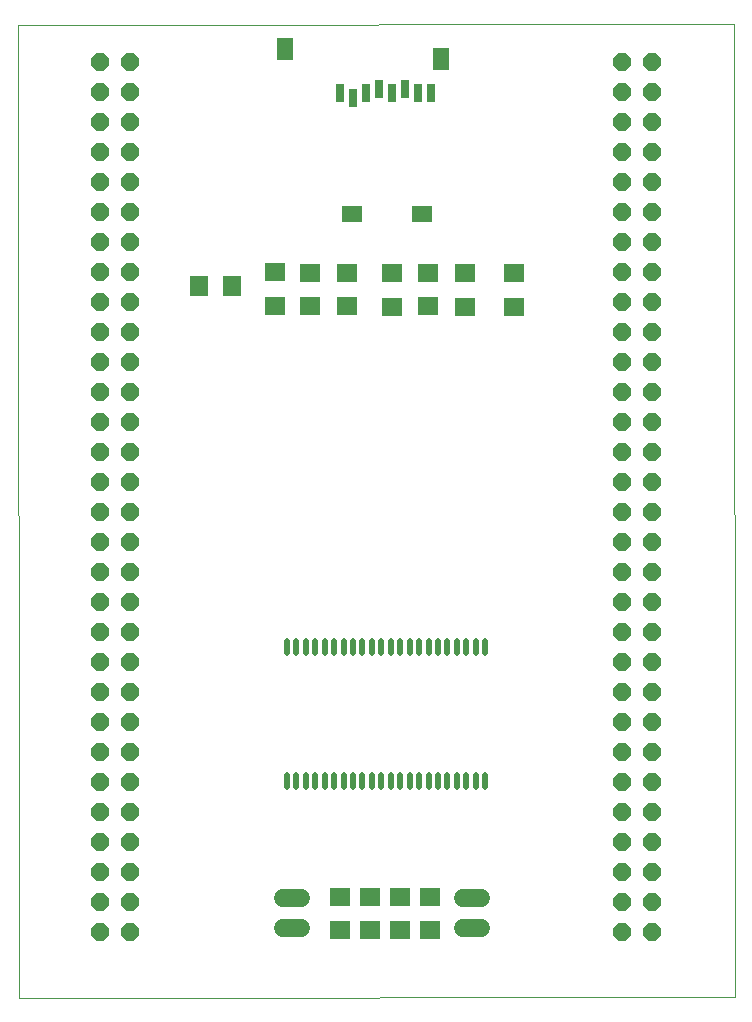
<source format=gts>
G75*
%MOIN*%
%OFA0B0*%
%FSLAX25Y25*%
%IPPOS*%
%LPD*%
%AMOC8*
5,1,8,0,0,1.08239X$1,22.5*
%
%ADD10C,0.00000*%
%ADD11R,0.07087X0.06299*%
%ADD12C,0.02165*%
%ADD13R,0.06299X0.07098*%
%ADD14R,0.07098X0.06299*%
%ADD15C,0.06000*%
%ADD16OC8,0.06000*%
%ADD17R,0.05512X0.07480*%
%ADD18R,0.07087X0.05512*%
%ADD19R,0.02756X0.05906*%
D10*
X0002707Y0075410D02*
X0002407Y0399711D01*
X0241028Y0400011D01*
X0241328Y0075710D01*
X0002707Y0075410D01*
D11*
X0109907Y0097798D03*
X0109907Y0108822D03*
X0119907Y0108822D03*
X0129907Y0108822D03*
X0129907Y0097798D03*
X0119907Y0097798D03*
X0139907Y0097798D03*
X0139907Y0108822D03*
D12*
X0139280Y0145481D02*
X0139280Y0145481D01*
X0139280Y0149615D01*
X0139280Y0149615D01*
X0139280Y0145481D01*
X0139280Y0147645D02*
X0139280Y0147645D01*
X0136131Y0145481D02*
X0136131Y0145481D01*
X0136131Y0149615D01*
X0136131Y0149615D01*
X0136131Y0145481D01*
X0136131Y0147645D02*
X0136131Y0147645D01*
X0132981Y0145481D02*
X0132981Y0145481D01*
X0132981Y0149615D01*
X0132981Y0149615D01*
X0132981Y0145481D01*
X0132981Y0147645D02*
X0132981Y0147645D01*
X0129831Y0145481D02*
X0129831Y0145481D01*
X0129831Y0149615D01*
X0129831Y0149615D01*
X0129831Y0145481D01*
X0129831Y0147645D02*
X0129831Y0147645D01*
X0126682Y0145481D02*
X0126682Y0145481D01*
X0126682Y0149615D01*
X0126682Y0149615D01*
X0126682Y0145481D01*
X0126682Y0147645D02*
X0126682Y0147645D01*
X0123532Y0145481D02*
X0123532Y0145481D01*
X0123532Y0149615D01*
X0123532Y0149615D01*
X0123532Y0145481D01*
X0123532Y0147645D02*
X0123532Y0147645D01*
X0120383Y0145481D02*
X0120383Y0145481D01*
X0120383Y0149615D01*
X0120383Y0149615D01*
X0120383Y0145481D01*
X0120383Y0147645D02*
X0120383Y0147645D01*
X0117233Y0145481D02*
X0117233Y0145481D01*
X0117233Y0149615D01*
X0117233Y0149615D01*
X0117233Y0145481D01*
X0117233Y0147645D02*
X0117233Y0147645D01*
X0114083Y0145481D02*
X0114083Y0145481D01*
X0114083Y0149615D01*
X0114083Y0149615D01*
X0114083Y0145481D01*
X0114083Y0147645D02*
X0114083Y0147645D01*
X0110934Y0145481D02*
X0110934Y0145481D01*
X0110934Y0149615D01*
X0110934Y0149615D01*
X0110934Y0145481D01*
X0110934Y0147645D02*
X0110934Y0147645D01*
X0107784Y0145481D02*
X0107784Y0145481D01*
X0107784Y0149615D01*
X0107784Y0149615D01*
X0107784Y0145481D01*
X0107784Y0147645D02*
X0107784Y0147645D01*
X0104635Y0145481D02*
X0104635Y0145481D01*
X0104635Y0149615D01*
X0104635Y0149615D01*
X0104635Y0145481D01*
X0104635Y0147645D02*
X0104635Y0147645D01*
X0101485Y0145481D02*
X0101485Y0145481D01*
X0101485Y0149615D01*
X0101485Y0149615D01*
X0101485Y0145481D01*
X0101485Y0147645D02*
X0101485Y0147645D01*
X0098335Y0145481D02*
X0098335Y0145481D01*
X0098335Y0149615D01*
X0098335Y0149615D01*
X0098335Y0145481D01*
X0098335Y0147645D02*
X0098335Y0147645D01*
X0095186Y0145481D02*
X0095186Y0145481D01*
X0095186Y0149615D01*
X0095186Y0149615D01*
X0095186Y0145481D01*
X0095186Y0147645D02*
X0095186Y0147645D01*
X0092036Y0145481D02*
X0092036Y0145481D01*
X0092036Y0149615D01*
X0092036Y0149615D01*
X0092036Y0145481D01*
X0092036Y0147645D02*
X0092036Y0147645D01*
X0092036Y0194339D02*
X0092036Y0194339D01*
X0092036Y0190205D01*
X0092036Y0190205D01*
X0092036Y0194339D01*
X0092036Y0192369D02*
X0092036Y0192369D01*
X0095186Y0194339D02*
X0095186Y0194339D01*
X0095186Y0190205D01*
X0095186Y0190205D01*
X0095186Y0194339D01*
X0095186Y0192369D02*
X0095186Y0192369D01*
X0098335Y0194339D02*
X0098335Y0194339D01*
X0098335Y0190205D01*
X0098335Y0190205D01*
X0098335Y0194339D01*
X0098335Y0192369D02*
X0098335Y0192369D01*
X0101485Y0194339D02*
X0101485Y0194339D01*
X0101485Y0190205D01*
X0101485Y0190205D01*
X0101485Y0194339D01*
X0101485Y0192369D02*
X0101485Y0192369D01*
X0104635Y0194339D02*
X0104635Y0194339D01*
X0104635Y0190205D01*
X0104635Y0190205D01*
X0104635Y0194339D01*
X0104635Y0192369D02*
X0104635Y0192369D01*
X0107784Y0194339D02*
X0107784Y0194339D01*
X0107784Y0190205D01*
X0107784Y0190205D01*
X0107784Y0194339D01*
X0107784Y0192369D02*
X0107784Y0192369D01*
X0110934Y0194339D02*
X0110934Y0194339D01*
X0110934Y0190205D01*
X0110934Y0190205D01*
X0110934Y0194339D01*
X0110934Y0192369D02*
X0110934Y0192369D01*
X0114083Y0194339D02*
X0114083Y0194339D01*
X0114083Y0190205D01*
X0114083Y0190205D01*
X0114083Y0194339D01*
X0114083Y0192369D02*
X0114083Y0192369D01*
X0117233Y0194339D02*
X0117233Y0194339D01*
X0117233Y0190205D01*
X0117233Y0190205D01*
X0117233Y0194339D01*
X0117233Y0192369D02*
X0117233Y0192369D01*
X0120383Y0194339D02*
X0120383Y0194339D01*
X0120383Y0190205D01*
X0120383Y0190205D01*
X0120383Y0194339D01*
X0120383Y0192369D02*
X0120383Y0192369D01*
X0123532Y0194339D02*
X0123532Y0194339D01*
X0123532Y0190205D01*
X0123532Y0190205D01*
X0123532Y0194339D01*
X0123532Y0192369D02*
X0123532Y0192369D01*
X0126682Y0194339D02*
X0126682Y0194339D01*
X0126682Y0190205D01*
X0126682Y0190205D01*
X0126682Y0194339D01*
X0126682Y0192369D02*
X0126682Y0192369D01*
X0129831Y0194339D02*
X0129831Y0194339D01*
X0129831Y0190205D01*
X0129831Y0190205D01*
X0129831Y0194339D01*
X0129831Y0192369D02*
X0129831Y0192369D01*
X0132981Y0194339D02*
X0132981Y0194339D01*
X0132981Y0190205D01*
X0132981Y0190205D01*
X0132981Y0194339D01*
X0132981Y0192369D02*
X0132981Y0192369D01*
X0136131Y0194339D02*
X0136131Y0194339D01*
X0136131Y0190205D01*
X0136131Y0190205D01*
X0136131Y0194339D01*
X0136131Y0192369D02*
X0136131Y0192369D01*
X0139280Y0194339D02*
X0139280Y0194339D01*
X0139280Y0190205D01*
X0139280Y0190205D01*
X0139280Y0194339D01*
X0139280Y0192369D02*
X0139280Y0192369D01*
X0142430Y0194339D02*
X0142430Y0194339D01*
X0142430Y0190205D01*
X0142430Y0190205D01*
X0142430Y0194339D01*
X0142430Y0192369D02*
X0142430Y0192369D01*
X0145580Y0194339D02*
X0145580Y0194339D01*
X0145580Y0190205D01*
X0145580Y0190205D01*
X0145580Y0194339D01*
X0145580Y0192369D02*
X0145580Y0192369D01*
X0148729Y0194339D02*
X0148729Y0194339D01*
X0148729Y0190205D01*
X0148729Y0190205D01*
X0148729Y0194339D01*
X0148729Y0192369D02*
X0148729Y0192369D01*
X0151879Y0194339D02*
X0151879Y0194339D01*
X0151879Y0190205D01*
X0151879Y0190205D01*
X0151879Y0194339D01*
X0151879Y0192369D02*
X0151879Y0192369D01*
X0155028Y0194339D02*
X0155028Y0194339D01*
X0155028Y0190205D01*
X0155028Y0190205D01*
X0155028Y0194339D01*
X0155028Y0192369D02*
X0155028Y0192369D01*
X0158178Y0194339D02*
X0158178Y0194339D01*
X0158178Y0190205D01*
X0158178Y0190205D01*
X0158178Y0194339D01*
X0158178Y0192369D02*
X0158178Y0192369D01*
X0158178Y0145481D02*
X0158178Y0145481D01*
X0158178Y0149615D01*
X0158178Y0149615D01*
X0158178Y0145481D01*
X0158178Y0147645D02*
X0158178Y0147645D01*
X0155028Y0145481D02*
X0155028Y0145481D01*
X0155028Y0149615D01*
X0155028Y0149615D01*
X0155028Y0145481D01*
X0155028Y0147645D02*
X0155028Y0147645D01*
X0151879Y0145481D02*
X0151879Y0145481D01*
X0151879Y0149615D01*
X0151879Y0149615D01*
X0151879Y0145481D01*
X0151879Y0147645D02*
X0151879Y0147645D01*
X0148729Y0145481D02*
X0148729Y0145481D01*
X0148729Y0149615D01*
X0148729Y0149615D01*
X0148729Y0145481D01*
X0148729Y0147645D02*
X0148729Y0147645D01*
X0145580Y0145481D02*
X0145580Y0145481D01*
X0145580Y0149615D01*
X0145580Y0149615D01*
X0145580Y0145481D01*
X0145580Y0147645D02*
X0145580Y0147645D01*
X0142430Y0145481D02*
X0142430Y0145481D01*
X0142430Y0149615D01*
X0142430Y0149615D01*
X0142430Y0145481D01*
X0142430Y0147645D02*
X0142430Y0147645D01*
D13*
X0073806Y0312710D03*
X0062609Y0312710D03*
D14*
X0088007Y0317209D03*
X0088007Y0306012D03*
X0099907Y0305912D03*
X0099907Y0317109D03*
X0112007Y0317009D03*
X0112007Y0305812D03*
X0127107Y0305712D03*
X0127107Y0316909D03*
X0139107Y0317009D03*
X0139107Y0305812D03*
X0151307Y0305712D03*
X0151307Y0316909D03*
X0167607Y0316809D03*
X0167607Y0305612D03*
D15*
X0156650Y0108532D02*
X0150650Y0108532D01*
X0150650Y0098532D02*
X0156650Y0098532D01*
X0096690Y0098532D02*
X0090690Y0098532D01*
X0090690Y0108532D02*
X0096690Y0108532D01*
D16*
X0039753Y0107312D03*
X0039753Y0097312D03*
X0029753Y0097312D03*
X0029753Y0107312D03*
X0029753Y0117312D03*
X0029753Y0127312D03*
X0029753Y0137312D03*
X0029753Y0147312D03*
X0029753Y0157312D03*
X0029753Y0167312D03*
X0029753Y0177312D03*
X0029753Y0187312D03*
X0029753Y0197312D03*
X0029753Y0207312D03*
X0029753Y0217312D03*
X0029753Y0227312D03*
X0029753Y0237312D03*
X0029753Y0247312D03*
X0029753Y0257312D03*
X0029753Y0267312D03*
X0029753Y0277312D03*
X0029753Y0287312D03*
X0029753Y0297312D03*
X0029753Y0307312D03*
X0029753Y0317312D03*
X0029753Y0327312D03*
X0029753Y0337312D03*
X0029753Y0347312D03*
X0029753Y0357312D03*
X0029753Y0367312D03*
X0029753Y0377312D03*
X0029753Y0387312D03*
X0039753Y0387312D03*
X0039753Y0377312D03*
X0039753Y0367312D03*
X0039753Y0357312D03*
X0039753Y0347312D03*
X0039753Y0337312D03*
X0039753Y0327312D03*
X0039753Y0317312D03*
X0039753Y0307312D03*
X0039753Y0297312D03*
X0039753Y0287312D03*
X0039753Y0277312D03*
X0039753Y0267312D03*
X0039753Y0257312D03*
X0039753Y0247312D03*
X0039753Y0237312D03*
X0039753Y0227312D03*
X0039753Y0217312D03*
X0039753Y0207312D03*
X0039753Y0197312D03*
X0039753Y0187312D03*
X0039753Y0177312D03*
X0039753Y0167312D03*
X0039753Y0157312D03*
X0039753Y0147312D03*
X0039753Y0137312D03*
X0039753Y0127312D03*
X0039753Y0117312D03*
X0203926Y0117312D03*
X0203926Y0127312D03*
X0203926Y0137312D03*
X0203926Y0147312D03*
X0203926Y0157312D03*
X0203926Y0167312D03*
X0203926Y0177312D03*
X0203926Y0187312D03*
X0203926Y0197312D03*
X0203926Y0207312D03*
X0203926Y0217312D03*
X0203926Y0227312D03*
X0203926Y0237312D03*
X0203926Y0247312D03*
X0203926Y0257312D03*
X0203926Y0267312D03*
X0203926Y0277312D03*
X0203926Y0287312D03*
X0203926Y0297312D03*
X0203926Y0307312D03*
X0203926Y0317312D03*
X0203926Y0327312D03*
X0203926Y0337312D03*
X0203926Y0347312D03*
X0203926Y0357312D03*
X0203926Y0367312D03*
X0203926Y0377312D03*
X0203926Y0387312D03*
X0213926Y0387312D03*
X0213926Y0377312D03*
X0213926Y0367312D03*
X0213926Y0357312D03*
X0213926Y0347312D03*
X0213926Y0337312D03*
X0213926Y0327312D03*
X0213926Y0317312D03*
X0213926Y0307312D03*
X0213926Y0297312D03*
X0213926Y0287312D03*
X0213926Y0277312D03*
X0213926Y0267312D03*
X0213926Y0257312D03*
X0213926Y0247312D03*
X0213926Y0237312D03*
X0213926Y0227312D03*
X0213926Y0217312D03*
X0213926Y0207312D03*
X0213926Y0197312D03*
X0213926Y0187312D03*
X0213926Y0177312D03*
X0213926Y0167312D03*
X0213926Y0157312D03*
X0213926Y0147312D03*
X0213926Y0137312D03*
X0213926Y0127312D03*
X0213926Y0117312D03*
X0213926Y0107312D03*
X0213926Y0097312D03*
X0203926Y0097312D03*
X0203926Y0107312D03*
D17*
X0143532Y0388217D03*
X0091564Y0391761D03*
D18*
X0113611Y0336643D03*
X0137233Y0336643D03*
D19*
X0114005Y0375225D03*
X0109674Y0376800D03*
X0118335Y0376800D03*
X0122666Y0378375D03*
X0126997Y0376800D03*
X0131328Y0378375D03*
X0135658Y0376800D03*
X0139989Y0376800D03*
M02*

</source>
